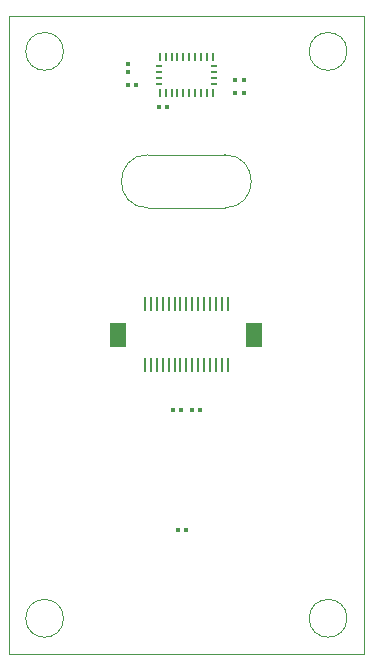
<source format=gbr>
%TF.GenerationSoftware,KiCad,Pcbnew,8.0.4*%
%TF.CreationDate,2024-11-15T13:14:51-06:00*%
%TF.ProjectId,BM_DepthIMU_v2,424d5f44-6570-4746-9849-4d555f76322e,rev?*%
%TF.SameCoordinates,Original*%
%TF.FileFunction,Paste,Top*%
%TF.FilePolarity,Positive*%
%FSLAX46Y46*%
G04 Gerber Fmt 4.6, Leading zero omitted, Abs format (unit mm)*
G04 Created by KiCad (PCBNEW 8.0.4) date 2024-11-15 13:14:51*
%MOMM*%
%LPD*%
G01*
G04 APERTURE LIST*
G04 Aperture macros list*
%AMRoundRect*
0 Rectangle with rounded corners*
0 $1 Rounding radius*
0 $2 $3 $4 $5 $6 $7 $8 $9 X,Y pos of 4 corners*
0 Add a 4 corners polygon primitive as box body*
4,1,4,$2,$3,$4,$5,$6,$7,$8,$9,$2,$3,0*
0 Add four circle primitives for the rounded corners*
1,1,$1+$1,$2,$3*
1,1,$1+$1,$4,$5*
1,1,$1+$1,$6,$7*
1,1,$1+$1,$8,$9*
0 Add four rect primitives between the rounded corners*
20,1,$1+$1,$2,$3,$4,$5,0*
20,1,$1+$1,$4,$5,$6,$7,0*
20,1,$1+$1,$6,$7,$8,$9,0*
20,1,$1+$1,$8,$9,$2,$3,0*%
G04 Aperture macros list end*
%ADD10RoundRect,0.079500X0.079500X0.100500X-0.079500X0.100500X-0.079500X-0.100500X0.079500X-0.100500X0*%
%ADD11RoundRect,0.079500X-0.079500X-0.100500X0.079500X-0.100500X0.079500X0.100500X-0.079500X0.100500X0*%
%ADD12RoundRect,0.079500X0.100500X-0.079500X0.100500X0.079500X-0.100500X0.079500X-0.100500X-0.079500X0*%
%ADD13R,0.250000X0.675000*%
%ADD14R,0.575000X0.250000*%
%ADD15R,0.250000X1.150000*%
%ADD16R,1.400000X2.100000*%
%TA.AperFunction,Profile*%
%ADD17C,0.050000*%
%TD*%
G04 APERTURE END LIST*
D10*
%TO.C,C3*%
X150090000Y-112000000D03*
X149400000Y-112000000D03*
%TD*%
%TO.C,R4*%
X154935000Y-73937500D03*
X154245000Y-73937500D03*
%TD*%
D11*
%TO.C,R3*%
X148925000Y-101850000D03*
X149615000Y-101850000D03*
%TD*%
%TO.C,R1*%
X145140073Y-74324490D03*
X145830073Y-74324490D03*
%TD*%
D12*
%TO.C,C2*%
X145166532Y-73273579D03*
X145166532Y-72583579D03*
%TD*%
D10*
%TO.C,C1*%
X148490000Y-76250000D03*
X147800000Y-76250000D03*
%TD*%
D13*
%TO.C,U1*%
X147840000Y-71937500D03*
D14*
X147777500Y-72750000D03*
X147777500Y-73250000D03*
X147777500Y-73750000D03*
X147777500Y-74250000D03*
D13*
X147840000Y-75062500D03*
X148340000Y-75062500D03*
X148840000Y-75062500D03*
X149340000Y-75062500D03*
X149840000Y-75062500D03*
X150340000Y-75062500D03*
X150840000Y-75062500D03*
X151340000Y-75062500D03*
X151840000Y-75062500D03*
X152340000Y-75062500D03*
D14*
X152402500Y-74250000D03*
X152402500Y-73750000D03*
X152402500Y-73250000D03*
X152402500Y-72750000D03*
D13*
X152340000Y-71937500D03*
X151840000Y-71937500D03*
X151340000Y-71937500D03*
X150840000Y-71937500D03*
X150340000Y-71937500D03*
X149840000Y-71937500D03*
X149340000Y-71937500D03*
X148840000Y-71937500D03*
X148340000Y-71937500D03*
%TD*%
D15*
%TO.C,J1*%
X153590000Y-92925000D03*
X153590000Y-98075000D03*
X153090000Y-92925000D03*
X153090000Y-98075000D03*
X152590000Y-92925000D03*
X152590000Y-98075000D03*
X152090000Y-92925000D03*
X152090000Y-98075000D03*
X151590000Y-92925000D03*
X151590000Y-98075000D03*
X151090000Y-92925000D03*
X151090000Y-98075000D03*
X150590000Y-92925000D03*
X150590000Y-98075000D03*
X150090000Y-92925000D03*
X150090000Y-98075000D03*
X149590000Y-92925000D03*
X149590000Y-98075000D03*
X149090000Y-92925000D03*
X149090000Y-98075000D03*
X148590000Y-92925000D03*
X148590000Y-98075000D03*
X148090000Y-92925000D03*
X148090000Y-98075000D03*
X147590000Y-92925000D03*
X147590000Y-98075000D03*
X147090000Y-92925000D03*
X147090000Y-98075000D03*
X146590000Y-92925000D03*
X146590000Y-98075000D03*
D16*
X155840000Y-95500000D03*
X144340000Y-95500000D03*
%TD*%
D10*
%TO.C,R2*%
X151235000Y-101850000D03*
X150545000Y-101850000D03*
%TD*%
D11*
%TO.C,R5*%
X154245000Y-75000000D03*
X154935000Y-75000000D03*
%TD*%
D17*
X146840000Y-84750000D02*
X153340000Y-84750000D01*
X146840000Y-80250000D02*
X153340000Y-80250000D01*
X146840000Y-84750000D02*
G75*
G02*
X146840000Y-80250000I0J2250000D01*
G01*
X153340000Y-80250000D02*
G75*
G02*
X153340000Y-84750000I0J-2250000D01*
G01*
X135090000Y-68500000D02*
X165090000Y-68500000D01*
X165090000Y-122500000D01*
X135090000Y-122500000D01*
X135090000Y-68500000D01*
X139690000Y-119500000D02*
G75*
G02*
X136490000Y-119500000I-1600000J0D01*
G01*
X136490000Y-119500000D02*
G75*
G02*
X139690000Y-119500000I1600000J0D01*
G01*
X163690000Y-71500000D02*
G75*
G02*
X160490000Y-71500000I-1600000J0D01*
G01*
X160490000Y-71500000D02*
G75*
G02*
X163690000Y-71500000I1600000J0D01*
G01*
X139690000Y-71500000D02*
G75*
G02*
X136490000Y-71500000I-1600000J0D01*
G01*
X136490000Y-71500000D02*
G75*
G02*
X139690000Y-71500000I1600000J0D01*
G01*
X163690000Y-119500000D02*
G75*
G02*
X160490000Y-119500000I-1600000J0D01*
G01*
X160490000Y-119500000D02*
G75*
G02*
X163690000Y-119500000I1600000J0D01*
G01*
M02*

</source>
